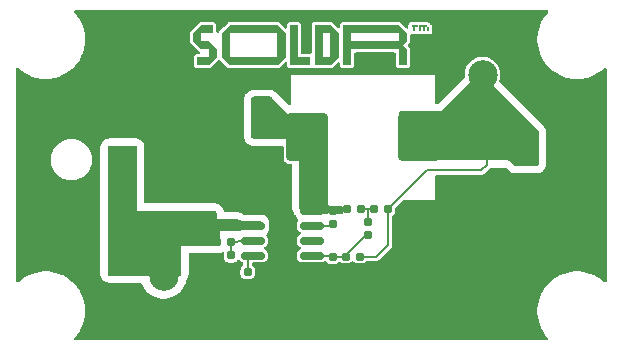
<source format=gbr>
%TF.GenerationSoftware,KiCad,Pcbnew,9.0.0*%
%TF.CreationDate,2025-04-05T15:37:09+05:30*%
%TF.ProjectId,Soldr_project,536f6c64-725f-4707-926f-6a6563742e6b,rev?*%
%TF.SameCoordinates,Original*%
%TF.FileFunction,Copper,L1,Top*%
%TF.FilePolarity,Positive*%
%FSLAX46Y46*%
G04 Gerber Fmt 4.6, Leading zero omitted, Abs format (unit mm)*
G04 Created by KiCad (PCBNEW 9.0.0) date 2025-04-05 15:37:09*
%MOMM*%
%LPD*%
G01*
G04 APERTURE LIST*
G04 Aperture macros list*
%AMRoundRect*
0 Rectangle with rounded corners*
0 $1 Rounding radius*
0 $2 $3 $4 $5 $6 $7 $8 $9 X,Y pos of 4 corners*
0 Add a 4 corners polygon primitive as box body*
4,1,4,$2,$3,$4,$5,$6,$7,$8,$9,$2,$3,0*
0 Add four circle primitives for the rounded corners*
1,1,$1+$1,$2,$3*
1,1,$1+$1,$4,$5*
1,1,$1+$1,$6,$7*
1,1,$1+$1,$8,$9*
0 Add four rect primitives between the rounded corners*
20,1,$1+$1,$2,$3,$4,$5,0*
20,1,$1+$1,$4,$5,$6,$7,0*
20,1,$1+$1,$6,$7,$8,$9,0*
20,1,$1+$1,$8,$9,$2,$3,0*%
G04 Aperture macros list end*
%TA.AperFunction,EtchedComponent*%
%ADD10C,0.000000*%
%TD*%
%TA.AperFunction,SMDPad,CuDef*%
%ADD11RoundRect,0.150000X-0.825000X-0.150000X0.825000X-0.150000X0.825000X0.150000X-0.825000X0.150000X0*%
%TD*%
%TA.AperFunction,HeatsinkPad*%
%ADD12C,0.600000*%
%TD*%
%TA.AperFunction,HeatsinkPad*%
%ADD13R,2.290000X3.000000*%
%TD*%
%TA.AperFunction,ComponentPad*%
%ADD14C,2.500000*%
%TD*%
%TA.AperFunction,ComponentPad*%
%ADD15RoundRect,0.250000X-0.750000X0.600000X-0.750000X-0.600000X0.750000X-0.600000X0.750000X0.600000X0*%
%TD*%
%TA.AperFunction,ComponentPad*%
%ADD16O,2.000000X1.700000*%
%TD*%
%TA.AperFunction,SMDPad,CuDef*%
%ADD17RoundRect,0.160000X-0.160000X0.197500X-0.160000X-0.197500X0.160000X-0.197500X0.160000X0.197500X0*%
%TD*%
%TA.AperFunction,SMDPad,CuDef*%
%ADD18RoundRect,0.160000X0.197500X0.160000X-0.197500X0.160000X-0.197500X-0.160000X0.197500X-0.160000X0*%
%TD*%
%TA.AperFunction,SMDPad,CuDef*%
%ADD19RoundRect,0.160000X-0.197500X-0.160000X0.197500X-0.160000X0.197500X0.160000X-0.197500X0.160000X0*%
%TD*%
%TA.AperFunction,SMDPad,CuDef*%
%ADD20RoundRect,0.250002X-1.499998X-1.749998X1.499998X-1.749998X1.499998X1.749998X-1.499998X1.749998X0*%
%TD*%
%TA.AperFunction,ComponentPad*%
%ADD21RoundRect,0.250001X0.499999X-0.499999X0.499999X0.499999X-0.499999X0.499999X-0.499999X-0.499999X0*%
%TD*%
%TA.AperFunction,ComponentPad*%
%ADD22C,1.500000*%
%TD*%
%TA.AperFunction,SMDPad,CuDef*%
%ADD23RoundRect,0.250000X-0.650000X1.500000X-0.650000X-1.500000X0.650000X-1.500000X0.650000X1.500000X0*%
%TD*%
%TA.AperFunction,SMDPad,CuDef*%
%ADD24RoundRect,0.250000X-0.650000X0.412500X-0.650000X-0.412500X0.650000X-0.412500X0.650000X0.412500X0*%
%TD*%
%TA.AperFunction,SMDPad,CuDef*%
%ADD25RoundRect,0.155000X-0.212500X-0.155000X0.212500X-0.155000X0.212500X0.155000X-0.212500X0.155000X0*%
%TD*%
%TA.AperFunction,SMDPad,CuDef*%
%ADD26RoundRect,0.155000X0.155000X-0.212500X0.155000X0.212500X-0.155000X0.212500X-0.155000X-0.212500X0*%
%TD*%
%TA.AperFunction,SMDPad,CuDef*%
%ADD27RoundRect,0.237500X0.237500X-0.300000X0.237500X0.300000X-0.237500X0.300000X-0.237500X-0.300000X0*%
%TD*%
%TA.AperFunction,SMDPad,CuDef*%
%ADD28RoundRect,0.250000X1.100000X-0.412500X1.100000X0.412500X-1.100000X0.412500X-1.100000X-0.412500X0*%
%TD*%
%TA.AperFunction,ViaPad*%
%ADD29C,0.600000*%
%TD*%
%TA.AperFunction,Conductor*%
%ADD30C,0.200000*%
%TD*%
G04 APERTURE END LIST*
D10*
%TA.AperFunction,EtchedComponent*%
%TO.C,G\u002A\u002A\u002A*%
G36*
X139255039Y-78155098D02*
G01*
X139602137Y-78502466D01*
X139602137Y-78829350D01*
X139602137Y-79156235D01*
X139431390Y-79327513D01*
X139260642Y-79498792D01*
X139431390Y-79673886D01*
X139602137Y-79848980D01*
X139602137Y-80520624D01*
X139602137Y-81192269D01*
X139258894Y-81192269D01*
X138915650Y-81192269D01*
X138915650Y-80521747D01*
X138915650Y-79851225D01*
X136896103Y-79851225D01*
X134876556Y-79851225D01*
X134876556Y-80521747D01*
X134876556Y-81192269D01*
X134533312Y-81192269D01*
X134190069Y-81192269D01*
X134190069Y-79500000D01*
X134190069Y-79164739D01*
X134876556Y-79164739D01*
X136896103Y-79164739D01*
X138915650Y-79164739D01*
X138915650Y-78829478D01*
X138915650Y-78494217D01*
X136896103Y-78494217D01*
X134876556Y-78494217D01*
X134876556Y-78829478D01*
X134876556Y-79164739D01*
X134190069Y-79164739D01*
X134190069Y-78829478D01*
X134190069Y-77807731D01*
X136549005Y-77807731D01*
X138907940Y-77807731D01*
X139255039Y-78155098D01*
G37*
%TD.AperFunction*%
%TA.AperFunction,EtchedComponent*%
G36*
X123186647Y-78146983D02*
G01*
X123182338Y-78486235D01*
X122683438Y-78490453D01*
X122184538Y-78494672D01*
X122184538Y-78821723D01*
X122184538Y-79148774D01*
X122515093Y-79148774D01*
X122845647Y-79148774D01*
X123185614Y-79492933D01*
X123525581Y-79837093D01*
X123525581Y-80175568D01*
X123525581Y-80514043D01*
X123186193Y-80853156D01*
X122846805Y-81192269D01*
X122340059Y-81192269D01*
X121833312Y-81192269D01*
X121833312Y-80849025D01*
X121833312Y-80505782D01*
X122336204Y-80505782D01*
X122839095Y-80505782D01*
X122839095Y-80170521D01*
X122839095Y-79835260D01*
X122507686Y-79835260D01*
X122176277Y-79835260D01*
X121837164Y-79495872D01*
X121498052Y-79156484D01*
X121498052Y-78821220D01*
X121498052Y-78485956D01*
X121837440Y-78146843D01*
X122176828Y-77807731D01*
X122683892Y-77807731D01*
X123190956Y-77807731D01*
X123186647Y-78146983D01*
G37*
%TD.AperFunction*%
%TA.AperFunction,EtchedComponent*%
G36*
X140995066Y-77811404D02*
G01*
X141334318Y-77815713D01*
X141339144Y-77899528D01*
X141343969Y-77983343D01*
X141422959Y-77983343D01*
X141501948Y-77983343D01*
X141501948Y-78150974D01*
X141501948Y-78318604D01*
X141414142Y-78318604D01*
X141326336Y-78318604D01*
X141326336Y-78150974D01*
X141326336Y-77983343D01*
X141246512Y-77983343D01*
X141166688Y-77983343D01*
X141166688Y-78150974D01*
X141166688Y-78318604D01*
X141078881Y-78318604D01*
X140991075Y-78318604D01*
X140991075Y-78150974D01*
X140991075Y-77983343D01*
X140911251Y-77983343D01*
X140831427Y-77983343D01*
X140831427Y-78150974D01*
X140831427Y-78318604D01*
X140743620Y-78318604D01*
X140655814Y-78318604D01*
X140655814Y-78062850D01*
X140655814Y-77807096D01*
X140995066Y-77811404D01*
G37*
%TD.AperFunction*%
%TA.AperFunction,EtchedComponent*%
G36*
X128980267Y-78154283D02*
G01*
X129320804Y-78500835D01*
X129320804Y-79500740D01*
X129320804Y-80500645D01*
X128980995Y-80846457D01*
X128641185Y-81192269D01*
X126614074Y-81192269D01*
X124586962Y-81192269D01*
X124247849Y-80852880D01*
X123908737Y-80513492D01*
X123908737Y-80505782D01*
X124595223Y-80505782D01*
X126614771Y-80505782D01*
X128634318Y-80505782D01*
X128634318Y-79500000D01*
X128634318Y-78494217D01*
X126614771Y-78494217D01*
X124595223Y-78494217D01*
X124595223Y-79500000D01*
X124595223Y-80505782D01*
X123908737Y-80505782D01*
X123908737Y-79500000D01*
X123908737Y-79499724D01*
X123908737Y-78485956D01*
X124248125Y-78146843D01*
X124587513Y-77807731D01*
X126613621Y-77807731D01*
X128639730Y-77807731D01*
X128980267Y-78154283D01*
G37*
%TD.AperFunction*%
%TA.AperFunction,EtchedComponent*%
G36*
X133467801Y-78147119D02*
G01*
X133806914Y-78486507D01*
X133806914Y-79500275D01*
X133806914Y-80514043D01*
X133467526Y-80853156D01*
X133128138Y-81192269D01*
X132453761Y-81192269D01*
X131779384Y-81192269D01*
X131779384Y-80505782D01*
X132449906Y-80505782D01*
X132785167Y-80505782D01*
X133120427Y-80505782D01*
X133120427Y-79500000D01*
X133120427Y-78494217D01*
X132785167Y-78494217D01*
X132449906Y-78494217D01*
X132449906Y-79500000D01*
X132449906Y-80505782D01*
X131779384Y-80505782D01*
X131779384Y-79500000D01*
X131779384Y-77807731D01*
X132454036Y-77807731D01*
X133128688Y-77807731D01*
X133467801Y-78147119D01*
G37*
%TD.AperFunction*%
%TA.AperFunction,EtchedComponent*%
G36*
X140496166Y-77895537D02*
G01*
X140496166Y-77983343D01*
X140408359Y-77983343D01*
X140320553Y-77983343D01*
X140320553Y-78150974D01*
X140320553Y-78318604D01*
X140232747Y-78318604D01*
X140144940Y-78318604D01*
X140144940Y-78150974D01*
X140144940Y-77983343D01*
X140065116Y-77983343D01*
X139985292Y-77983343D01*
X139985292Y-77895537D01*
X139985292Y-77807731D01*
X140240729Y-77807731D01*
X140496166Y-77807731D01*
X140496166Y-77895537D01*
G37*
%TD.AperFunction*%
%TA.AperFunction,EtchedComponent*%
G36*
X130374481Y-79156756D02*
G01*
X130374481Y-80505782D01*
X130885355Y-80505782D01*
X131396229Y-80505782D01*
X131396229Y-80849025D01*
X131396229Y-81192269D01*
X130550094Y-81192269D01*
X129703960Y-81192269D01*
X129703960Y-79500000D01*
X129703960Y-77807731D01*
X130039221Y-77807731D01*
X130374481Y-77807731D01*
X130374481Y-79156756D01*
G37*
%TD.AperFunction*%
%TD*%
D11*
%TO.P,U1,1,GND*%
%TO.N,GND*%
X126572500Y-93495000D03*
%TO.P,U1,2,VIN*%
%TO.N,/V_{IN}*%
X126572500Y-94765000D03*
%TO.P,U1,3,EN_UVLO*%
%TO.N,Net-(U1-EN_UVLO)*%
X126572500Y-96035000D03*
%TO.P,U1,4,RON*%
%TO.N,Net-(U1-RON)*%
X126572500Y-97305000D03*
%TO.P,U1,5,FB*%
%TO.N,Net-(U1-FB)*%
X131522500Y-97305000D03*
%TO.P,U1,6,PGOOD*%
%TO.N,unconnected-(U1-PGOOD-Pad6)*%
X131522500Y-96035000D03*
%TO.P,U1,7,BST*%
%TO.N,Net-(U1-BST)*%
X131522500Y-94765000D03*
%TO.P,U1,8,SW*%
%TO.N,Net-(D1-K)*%
X131522500Y-93495000D03*
D12*
%TO.P,U1,9,EP*%
%TO.N,GND*%
X128397500Y-94400000D03*
X128397500Y-95400000D03*
X128397500Y-96400000D03*
D13*
X129047500Y-95400000D03*
D12*
X129697500Y-94400000D03*
X129697500Y-95400000D03*
X129697500Y-96400000D03*
%TD*%
D14*
%TO.P,TP4,1,1*%
%TO.N,GND*%
X119000000Y-82000000D03*
%TD*%
%TO.P,TP3,1,1*%
%TO.N,/V_{IN}*%
X119000000Y-99000000D03*
%TD*%
%TO.P,TP2,1,1*%
%TO.N,GND*%
X145800000Y-99000000D03*
%TD*%
%TO.P,TP1,1,1*%
%TO.N,/5V*%
X146000000Y-82000000D03*
%TD*%
D15*
%TO.P,J1,1,Pin_1*%
%TO.N,/5V*%
X149667500Y-88850000D03*
D16*
%TO.P,J1,2,Pin_2*%
%TO.N,GND*%
X149667500Y-91350000D03*
%TD*%
D17*
%TO.P,R8,1*%
%TO.N,Net-(U1-FB)*%
X133300000Y-97402500D03*
%TO.P,R8,2*%
%TO.N,GND*%
X133300000Y-98597500D03*
%TD*%
D18*
%TO.P,R7,1*%
%TO.N,/5V*%
X135597500Y-97400000D03*
%TO.P,R7,2*%
%TO.N,Net-(U1-FB)*%
X134402500Y-97400000D03*
%TD*%
D19*
%TO.P,R6,1*%
%TO.N,Net-(D1-K)*%
X134502500Y-93400000D03*
%TO.P,R6,2*%
%TO.N,Net-(C5-Pad2)*%
X135697500Y-93400000D03*
%TD*%
%TO.P,R3,1*%
%TO.N,Net-(U1-RON)*%
X126105000Y-98700000D03*
%TO.P,R3,2*%
%TO.N,GND*%
X127300000Y-98700000D03*
%TD*%
D17*
%TO.P,R2,1*%
%TO.N,Net-(U1-EN_UVLO)*%
X124700000Y-97302500D03*
%TO.P,R2,2*%
%TO.N,GND*%
X124700000Y-98497500D03*
%TD*%
D19*
%TO.P,R1,1*%
%TO.N,/V_{IN}*%
X123502500Y-96200000D03*
%TO.P,R1,2*%
%TO.N,Net-(U1-EN_UVLO)*%
X124697500Y-96200000D03*
%TD*%
D20*
%TO.P,L1,1,1*%
%TO.N,Net-(D1-K)*%
X131150000Y-87300000D03*
%TO.P,L1,2,2*%
%TO.N,/5V*%
X140650000Y-87300000D03*
%TD*%
D21*
%TO.P,J2,1,Pin_1*%
%TO.N,/V_{IN}*%
X115500000Y-89200000D03*
D22*
%TO.P,J2,2,Pin_2*%
%TO.N,GND*%
X118500000Y-89200000D03*
%TD*%
D23*
%TO.P,D1,1,K*%
%TO.N,Net-(D1-K)*%
X127300000Y-85600000D03*
%TO.P,D1,2,A*%
%TO.N,GND*%
X127300000Y-90600000D03*
%TD*%
D24*
%TO.P,C8,1*%
%TO.N,/5V*%
X146400000Y-88437500D03*
%TO.P,C8,2*%
%TO.N,GND*%
X146400000Y-91562500D03*
%TD*%
%TO.P,C7,1*%
%TO.N,/5V*%
X144000000Y-88437500D03*
%TO.P,C7,2*%
%TO.N,GND*%
X144000000Y-91562500D03*
%TD*%
D25*
%TO.P,C6,1*%
%TO.N,Net-(C5-Pad2)*%
X136832500Y-93400000D03*
%TO.P,C6,2*%
%TO.N,/5V*%
X137967500Y-93400000D03*
%TD*%
D26*
%TO.P,C5,1*%
%TO.N,Net-(U1-FB)*%
X136300000Y-95600000D03*
%TO.P,C5,2*%
%TO.N,Net-(C5-Pad2)*%
X136300000Y-94465000D03*
%TD*%
%TO.P,C4,1*%
%TO.N,Net-(U1-BST)*%
X133300000Y-94667500D03*
%TO.P,C4,2*%
%TO.N,Net-(D1-K)*%
X133300000Y-93532500D03*
%TD*%
D27*
%TO.P,C3,1*%
%TO.N,/V_{IN}*%
X124500000Y-94762500D03*
%TO.P,C3,2*%
%TO.N,GND*%
X124500000Y-93037500D03*
%TD*%
D28*
%TO.P,C2,1*%
%TO.N,/V_{IN}*%
X122100000Y-94662500D03*
%TO.P,C2,2*%
%TO.N,GND*%
X122100000Y-91537500D03*
%TD*%
%TO.P,C1,1*%
%TO.N,/V_{IN}*%
X118800000Y-94662500D03*
%TO.P,C1,2*%
%TO.N,GND*%
X118800000Y-91537500D03*
%TD*%
D29*
%TO.N,GND*%
X131100000Y-79900000D03*
X122500000Y-77000000D03*
X142500000Y-77000000D03*
X132500000Y-77000000D03*
X137500000Y-77000000D03*
X127500000Y-77000000D03*
X150000000Y-97500000D03*
X147500000Y-100000000D03*
X147500000Y-95000000D03*
X142500000Y-95000000D03*
X140000000Y-97500000D03*
X112500000Y-97500000D03*
X117500000Y-87500000D03*
X115000000Y-85000000D03*
X112500000Y-82500000D03*
X127500000Y-82500000D03*
X125000000Y-85000000D03*
X122500000Y-87500000D03*
X122500000Y-82500000D03*
X142500000Y-100000000D03*
X137500000Y-100000000D03*
X155000000Y-97500000D03*
X152500000Y-82500000D03*
X145000000Y-80000000D03*
X147500000Y-77500000D03*
X117500000Y-77500000D03*
X112500000Y-77500000D03*
X107500000Y-82500000D03*
X107500000Y-85000000D03*
X107500000Y-87500000D03*
X107500000Y-90000000D03*
X107500000Y-92500000D03*
X107500000Y-97500000D03*
X150000000Y-102500000D03*
X145000000Y-102500000D03*
X140000000Y-102500000D03*
X135000000Y-102500000D03*
X130000000Y-102500000D03*
X125000000Y-102500000D03*
X120000000Y-102500000D03*
X115000000Y-102500000D03*
X115000000Y-100000000D03*
X115000000Y-80000000D03*
X120000000Y-80000000D03*
X150000000Y-80000000D03*
X155000000Y-87500000D03*
X155000000Y-92500000D03*
X152500000Y-95000000D03*
X147750000Y-91000000D03*
X142750000Y-91250000D03*
X147500000Y-92500000D03*
X143000000Y-92500000D03*
X145250000Y-92500000D03*
X145250000Y-91750000D03*
X145250000Y-91000000D03*
X134000000Y-98500000D03*
X132500000Y-98500000D03*
X125250000Y-99250000D03*
X124250000Y-99250000D03*
X126000000Y-90750000D03*
X126000000Y-91500000D03*
X129250000Y-90750000D03*
X129250000Y-91500000D03*
X129250000Y-92250000D03*
X126000000Y-92250000D03*
X129750000Y-99250000D03*
X129000000Y-99250000D03*
X128250000Y-99250000D03*
X129750000Y-98500000D03*
X129000000Y-98500000D03*
X128250000Y-98500000D03*
X128500000Y-89250000D03*
X128500000Y-90000000D03*
X128500000Y-90750000D03*
X128500000Y-91500000D03*
X129000000Y-93500000D03*
X128250000Y-93500000D03*
X129750000Y-97500000D03*
X129000000Y-97500000D03*
X128250000Y-97500000D03*
X128500000Y-92250000D03*
X125250000Y-92500000D03*
X120500000Y-92000000D03*
X123500000Y-92500000D03*
X123500000Y-90500000D03*
X122491209Y-90482532D03*
X121500000Y-90500000D03*
X118500000Y-90500000D03*
X119500000Y-90500000D03*
X120500000Y-91000000D03*
%TD*%
D30*
%TO.N,/5V*%
X146400000Y-88437500D02*
X146400000Y-89600000D01*
X141267500Y-90100000D02*
X137967500Y-93400000D01*
X146400000Y-89600000D02*
X145900000Y-90100000D01*
X145900000Y-90100000D02*
X141267500Y-90100000D01*
%TO.N,Net-(C5-Pad2)*%
X135697500Y-93400000D02*
X136300000Y-93400000D01*
X136300000Y-94465000D02*
X136300000Y-93400000D01*
X136300000Y-93400000D02*
X136832500Y-93400000D01*
%TO.N,/5V*%
X135597500Y-97400000D02*
X137000000Y-97400000D01*
X137967500Y-96432500D02*
X137967500Y-93400000D01*
X137000000Y-97400000D02*
X137967500Y-96432500D01*
%TO.N,Net-(U1-FB)*%
X136300000Y-95600000D02*
X136100000Y-95600000D01*
X136100000Y-95600000D02*
X134402500Y-97297500D01*
X134402500Y-97297500D02*
X134402500Y-97400000D01*
X133300000Y-97402500D02*
X134400000Y-97402500D01*
X134400000Y-97402500D02*
X134402500Y-97400000D01*
X131522500Y-97305000D02*
X133202500Y-97305000D01*
X133202500Y-97305000D02*
X133300000Y-97402500D01*
%TO.N,Net-(U1-BST)*%
X131522500Y-94765000D02*
X133135000Y-94765000D01*
X133135000Y-94765000D02*
X133300000Y-94600000D01*
%TO.N,Net-(U1-RON)*%
X126295000Y-97305000D02*
X126100000Y-97500000D01*
X126572500Y-97305000D02*
X126295000Y-97305000D01*
X126100000Y-97500000D02*
X126105000Y-97505000D01*
X126105000Y-97505000D02*
X126105000Y-98700000D01*
%TO.N,Net-(U1-EN_UVLO)*%
X124697500Y-96200000D02*
X124697500Y-97300000D01*
X124697500Y-97300000D02*
X124700000Y-97302500D01*
X124697500Y-96200000D02*
X125200000Y-96200000D01*
X125200000Y-96200000D02*
X125365000Y-96035000D01*
X125365000Y-96035000D02*
X126572500Y-96035000D01*
%TD*%
%TA.AperFunction,Conductor*%
%TO.N,/5V*%
G36*
X145868321Y-81868321D02*
G01*
X150684528Y-86684528D01*
X150696840Y-86699531D01*
X150723835Y-86739932D01*
X150738616Y-86775618D01*
X150748097Y-86823279D01*
X150750000Y-86842594D01*
X150750000Y-89540248D01*
X150748097Y-89559563D01*
X150738616Y-89607224D01*
X150723835Y-89642910D01*
X150702362Y-89675047D01*
X150675047Y-89702362D01*
X150642910Y-89723835D01*
X150607224Y-89738616D01*
X150559563Y-89748097D01*
X150540248Y-89750000D01*
X148842595Y-89750000D01*
X148823281Y-89748098D01*
X148807313Y-89744921D01*
X148775618Y-89738617D01*
X148775616Y-89738616D01*
X148739932Y-89723835D01*
X148699531Y-89696840D01*
X148684528Y-89684528D01*
X148308578Y-89308578D01*
X148243693Y-89265223D01*
X148243694Y-89265223D01*
X148167160Y-89250000D01*
X148167157Y-89250000D01*
X139080464Y-89250000D01*
X139061148Y-89248097D01*
X139024694Y-89240845D01*
X138989009Y-89226064D01*
X138966374Y-89210940D01*
X138939059Y-89183625D01*
X138923935Y-89160990D01*
X138909153Y-89125303D01*
X138901902Y-89088849D01*
X138900000Y-89069535D01*
X138900000Y-85309751D01*
X138901902Y-85290438D01*
X138911382Y-85242777D01*
X138926162Y-85207092D01*
X138947642Y-85174946D01*
X138974946Y-85147642D01*
X139007092Y-85126162D01*
X139042775Y-85111382D01*
X139068021Y-85106360D01*
X139090439Y-85101902D01*
X139109752Y-85100000D01*
X142417156Y-85100000D01*
X142417157Y-85100000D01*
X142493694Y-85084776D01*
X142558579Y-85041421D01*
X145714645Y-81885355D01*
X145715995Y-81883333D01*
X145716870Y-81882643D01*
X145717733Y-81881593D01*
X145717963Y-81881782D01*
X145764039Y-81845449D01*
X145825177Y-81843038D01*
X145868321Y-81868321D01*
G37*
%TD.AperFunction*%
%TD*%
%TA.AperFunction,Conductor*%
%TO.N,Net-(D1-K)*%
G36*
X128026718Y-83901902D02*
G01*
X128074379Y-83911382D01*
X128110066Y-83926163D01*
X128150470Y-83953161D01*
X128165471Y-83965471D01*
X129457751Y-85257751D01*
X129470064Y-85272756D01*
X129479871Y-85287434D01*
X129494651Y-85323116D01*
X129499998Y-85349994D01*
X129499999Y-85349997D01*
X129500000Y-85350000D01*
X129514645Y-85385355D01*
X129550000Y-85400000D01*
X132690248Y-85400000D01*
X132709561Y-85401902D01*
X132757222Y-85411382D01*
X132792908Y-85426163D01*
X132825050Y-85447640D01*
X132852359Y-85474949D01*
X132873328Y-85506330D01*
X132873835Y-85507089D01*
X132888616Y-85542775D01*
X132898097Y-85590436D01*
X132900000Y-85609751D01*
X132900000Y-92900000D01*
X132915224Y-92976537D01*
X132958579Y-93041421D01*
X133023463Y-93084776D01*
X133100000Y-93100000D01*
X133990248Y-93100000D01*
X134009561Y-93101902D01*
X134057222Y-93111382D01*
X134092908Y-93126163D01*
X134125050Y-93147640D01*
X134152359Y-93174949D01*
X134173328Y-93206330D01*
X134173835Y-93207089D01*
X134188616Y-93242775D01*
X134198097Y-93290436D01*
X134200000Y-93309751D01*
X134200000Y-93622748D01*
X134198097Y-93642063D01*
X134188616Y-93689724D01*
X134173835Y-93725410D01*
X134152362Y-93757547D01*
X134125047Y-93784862D01*
X134092910Y-93806335D01*
X134057224Y-93821116D01*
X134009563Y-93830597D01*
X133990248Y-93832500D01*
X133912961Y-93832500D01*
X133860988Y-93817760D01*
X133854232Y-93813593D01*
X133776462Y-93765623D01*
X133608815Y-93710071D01*
X133608812Y-93710070D01*
X133505350Y-93699500D01*
X133505342Y-93699500D01*
X133094658Y-93699500D01*
X133094650Y-93699500D01*
X132991187Y-93710070D01*
X132823538Y-93765623D01*
X132823536Y-93765623D01*
X132757534Y-93806335D01*
X132745768Y-93813593D01*
X132739012Y-93817760D01*
X132687039Y-93832500D01*
X130876116Y-93832500D01*
X130817925Y-93813593D01*
X130781961Y-93764093D01*
X130777963Y-93746421D01*
X130777544Y-93743241D01*
X130777544Y-93743238D01*
X130735636Y-93642063D01*
X130717037Y-93597161D01*
X130717037Y-93597160D01*
X130620781Y-93471717D01*
X130538732Y-93408758D01*
X130504077Y-93358333D01*
X130500000Y-93330216D01*
X130500000Y-87600001D01*
X130500000Y-87600000D01*
X130484776Y-87523463D01*
X130441421Y-87458579D01*
X130376537Y-87415224D01*
X130300000Y-87400000D01*
X126609752Y-87400000D01*
X126590438Y-87398098D01*
X126574470Y-87394921D01*
X126542775Y-87388617D01*
X126507089Y-87373835D01*
X126506330Y-87373328D01*
X126474949Y-87352359D01*
X126447640Y-87325050D01*
X126426163Y-87292908D01*
X126411382Y-87257222D01*
X126401902Y-87209561D01*
X126400000Y-87190248D01*
X126400000Y-84109751D01*
X126401902Y-84090438D01*
X126411382Y-84042777D01*
X126426162Y-84007092D01*
X126447642Y-83974946D01*
X126474946Y-83947642D01*
X126507092Y-83926162D01*
X126542775Y-83911382D01*
X126568021Y-83906360D01*
X126590439Y-83901902D01*
X126609752Y-83900000D01*
X128007405Y-83900000D01*
X128026718Y-83901902D01*
G37*
%TD.AperFunction*%
%TD*%
%TA.AperFunction,Conductor*%
%TO.N,/V_{IN}*%
G36*
X116709191Y-88018907D02*
G01*
X116745155Y-88068407D01*
X116750000Y-88099000D01*
X116750000Y-93500000D01*
X123361993Y-93500000D01*
X123389956Y-93509085D01*
X123418107Y-93517439D01*
X123418816Y-93518462D01*
X123420184Y-93518907D01*
X123455330Y-93565998D01*
X123456917Y-93570486D01*
X123471266Y-93628185D01*
X123492346Y-93670689D01*
X123494337Y-93676320D01*
X123494592Y-93686248D01*
X123500000Y-93709322D01*
X123500000Y-94250000D01*
X125270690Y-94250000D01*
X125322662Y-94264739D01*
X125428166Y-94329814D01*
X125594703Y-94384999D01*
X125697491Y-94395500D01*
X127203000Y-94395499D01*
X127261191Y-94414406D01*
X127297155Y-94463906D01*
X127302000Y-94494499D01*
X127302000Y-95035500D01*
X127283093Y-95093691D01*
X127233593Y-95129655D01*
X127203000Y-95134500D01*
X125697483Y-95134500D01*
X125594711Y-95144999D01*
X125594699Y-95145002D01*
X125428165Y-95200186D01*
X125399233Y-95218031D01*
X125371299Y-95235261D01*
X125319328Y-95250000D01*
X123750000Y-95250000D01*
X123750000Y-95250001D01*
X123750000Y-95881506D01*
X123749487Y-95891568D01*
X123739500Y-95989317D01*
X123739501Y-96401000D01*
X123720594Y-96459191D01*
X123671094Y-96495155D01*
X123640501Y-96500000D01*
X120500000Y-96500000D01*
X120500000Y-96500001D01*
X120500000Y-98901000D01*
X120481093Y-98959191D01*
X120431593Y-98995155D01*
X120401000Y-99000000D01*
X114349000Y-99000000D01*
X114290809Y-98981093D01*
X114254845Y-98931593D01*
X114250000Y-98901000D01*
X114250000Y-88099000D01*
X114268907Y-88040809D01*
X114318407Y-88004845D01*
X114349000Y-88000000D01*
X116651000Y-88000000D01*
X116709191Y-88018907D01*
G37*
%TD.AperFunction*%
%TD*%
%TA.AperFunction,Conductor*%
%TO.N,GND*%
G36*
X151528853Y-76520185D02*
G01*
X151574608Y-76572989D01*
X151584552Y-76642147D01*
X151555527Y-76705703D01*
X151549495Y-76712181D01*
X151514453Y-76747222D01*
X151305611Y-77001696D01*
X151305601Y-77001710D01*
X151122718Y-77275414D01*
X151122707Y-77275432D01*
X150967535Y-77565741D01*
X150967528Y-77565755D01*
X150841552Y-77869887D01*
X150745987Y-78184922D01*
X150745984Y-78184933D01*
X150681768Y-78507781D01*
X150681765Y-78507798D01*
X150668726Y-78640192D01*
X150650800Y-78822206D01*
X150649500Y-78835403D01*
X150649500Y-79164596D01*
X150681765Y-79492201D01*
X150681768Y-79492218D01*
X150745984Y-79815066D01*
X150745987Y-79815077D01*
X150841552Y-80130112D01*
X150967528Y-80434244D01*
X150967535Y-80434258D01*
X151122707Y-80724567D01*
X151122718Y-80724585D01*
X151305601Y-80998289D01*
X151305611Y-80998303D01*
X151514453Y-81252777D01*
X151747222Y-81485546D01*
X151747227Y-81485550D01*
X151747228Y-81485551D01*
X152001702Y-81694393D01*
X152275421Y-81877286D01*
X152565749Y-82032469D01*
X152869889Y-82158448D01*
X153184913Y-82254010D01*
X153184919Y-82254011D01*
X153184922Y-82254012D01*
X153184933Y-82254015D01*
X153365361Y-82289903D01*
X153507787Y-82318233D01*
X153835400Y-82350500D01*
X153835403Y-82350500D01*
X154164597Y-82350500D01*
X154164600Y-82350500D01*
X154492213Y-82318233D01*
X154669760Y-82282916D01*
X154815066Y-82254015D01*
X154815077Y-82254012D01*
X154815077Y-82254011D01*
X154815087Y-82254010D01*
X155130111Y-82158448D01*
X155434251Y-82032469D01*
X155724579Y-81877286D01*
X155998298Y-81694393D01*
X156252772Y-81485551D01*
X156267176Y-81471147D01*
X156287819Y-81450505D01*
X156349142Y-81417020D01*
X156418834Y-81422004D01*
X156474767Y-81463876D01*
X156499184Y-81529340D01*
X156499500Y-81538186D01*
X156499500Y-99461814D01*
X156479815Y-99528853D01*
X156427011Y-99574608D01*
X156357853Y-99584552D01*
X156294297Y-99555527D01*
X156287819Y-99549495D01*
X156252777Y-99514453D01*
X155998303Y-99305611D01*
X155998302Y-99305610D01*
X155998298Y-99305607D01*
X155724579Y-99122714D01*
X155724574Y-99122711D01*
X155724567Y-99122707D01*
X155473356Y-98988433D01*
X155434251Y-98967531D01*
X155434244Y-98967528D01*
X155130112Y-98841552D01*
X154815077Y-98745987D01*
X154815066Y-98745984D01*
X154492218Y-98681768D01*
X154492213Y-98681767D01*
X154492211Y-98681766D01*
X154492201Y-98681765D01*
X154251522Y-98658061D01*
X154164600Y-98649500D01*
X153835400Y-98649500D01*
X153755540Y-98657365D01*
X153507798Y-98681765D01*
X153507781Y-98681768D01*
X153184933Y-98745984D01*
X153184922Y-98745987D01*
X152869887Y-98841552D01*
X152565755Y-98967528D01*
X152565741Y-98967535D01*
X152275432Y-99122707D01*
X152275414Y-99122718D01*
X152001710Y-99305601D01*
X152001696Y-99305611D01*
X151747222Y-99514453D01*
X151514453Y-99747222D01*
X151305611Y-100001696D01*
X151305601Y-100001710D01*
X151122718Y-100275414D01*
X151122707Y-100275432D01*
X150967535Y-100565741D01*
X150967528Y-100565755D01*
X150841552Y-100869887D01*
X150745987Y-101184922D01*
X150745984Y-101184933D01*
X150681768Y-101507781D01*
X150681765Y-101507798D01*
X150649500Y-101835403D01*
X150649500Y-102164596D01*
X150681765Y-102492201D01*
X150681768Y-102492218D01*
X150745984Y-102815066D01*
X150745987Y-102815077D01*
X150841552Y-103130112D01*
X150967528Y-103434244D01*
X150967535Y-103434258D01*
X151122707Y-103724567D01*
X151122718Y-103724585D01*
X151305601Y-103998289D01*
X151305611Y-103998303D01*
X151514453Y-104252777D01*
X151549495Y-104287819D01*
X151582980Y-104349142D01*
X151577996Y-104418834D01*
X151536124Y-104474767D01*
X151470660Y-104499184D01*
X151461814Y-104499500D01*
X111538186Y-104499500D01*
X111471147Y-104479815D01*
X111425392Y-104427011D01*
X111415448Y-104357853D01*
X111444473Y-104294297D01*
X111450505Y-104287819D01*
X111485546Y-104252777D01*
X111485551Y-104252772D01*
X111694393Y-103998298D01*
X111877286Y-103724579D01*
X112032469Y-103434251D01*
X112158448Y-103130111D01*
X112254010Y-102815087D01*
X112254012Y-102815077D01*
X112254015Y-102815066D01*
X112282916Y-102669760D01*
X112318233Y-102492213D01*
X112350500Y-102164600D01*
X112350500Y-101835400D01*
X112318233Y-101507787D01*
X112289903Y-101365361D01*
X112254015Y-101184933D01*
X112254012Y-101184922D01*
X112254011Y-101184919D01*
X112254010Y-101184913D01*
X112158448Y-100869889D01*
X112032469Y-100565749D01*
X111877286Y-100275421D01*
X111694393Y-100001702D01*
X111485551Y-99747228D01*
X111485550Y-99747227D01*
X111485546Y-99747222D01*
X111252777Y-99514453D01*
X110998303Y-99305611D01*
X110998302Y-99305610D01*
X110998298Y-99305607D01*
X110724579Y-99122714D01*
X110724574Y-99122711D01*
X110724567Y-99122707D01*
X110473356Y-98988433D01*
X110434251Y-98967531D01*
X110434244Y-98967528D01*
X110130112Y-98841552D01*
X109815077Y-98745987D01*
X109815066Y-98745984D01*
X109492218Y-98681768D01*
X109492213Y-98681767D01*
X109492211Y-98681766D01*
X109492201Y-98681765D01*
X109251522Y-98658061D01*
X109164600Y-98649500D01*
X108835400Y-98649500D01*
X108755540Y-98657365D01*
X108507798Y-98681765D01*
X108507781Y-98681768D01*
X108184933Y-98745984D01*
X108184922Y-98745987D01*
X107869887Y-98841552D01*
X107565755Y-98967528D01*
X107565741Y-98967535D01*
X107275432Y-99122707D01*
X107275414Y-99122718D01*
X107001710Y-99305601D01*
X107001696Y-99305611D01*
X106747222Y-99514453D01*
X106712181Y-99549495D01*
X106650858Y-99582980D01*
X106581166Y-99577996D01*
X106525233Y-99536124D01*
X106500816Y-99470660D01*
X106500500Y-99461814D01*
X106500500Y-89085258D01*
X109429500Y-89085258D01*
X109429500Y-89314741D01*
X109454446Y-89504215D01*
X109459452Y-89542238D01*
X109494891Y-89674499D01*
X109518842Y-89763887D01*
X109606650Y-89975876D01*
X109606656Y-89975888D01*
X109715786Y-90164908D01*
X109721392Y-90174617D01*
X109861081Y-90356661D01*
X109861089Y-90356670D01*
X110023330Y-90518911D01*
X110023338Y-90518918D01*
X110205382Y-90658607D01*
X110205385Y-90658608D01*
X110205388Y-90658611D01*
X110404112Y-90773344D01*
X110404117Y-90773346D01*
X110404123Y-90773349D01*
X110495480Y-90811190D01*
X110616113Y-90861158D01*
X110837762Y-90920548D01*
X111065266Y-90950500D01*
X111065273Y-90950500D01*
X111294727Y-90950500D01*
X111294734Y-90950500D01*
X111522238Y-90920548D01*
X111743887Y-90861158D01*
X111955888Y-90773344D01*
X112154612Y-90658611D01*
X112336661Y-90518919D01*
X112336665Y-90518914D01*
X112336670Y-90518911D01*
X112498911Y-90356670D01*
X112498914Y-90356665D01*
X112498919Y-90356661D01*
X112638611Y-90174612D01*
X112753344Y-89975888D01*
X112841158Y-89763887D01*
X112900548Y-89542238D01*
X112930500Y-89314734D01*
X112930500Y-89085266D01*
X112900548Y-88857762D01*
X112841158Y-88636113D01*
X112753344Y-88424112D01*
X112638611Y-88225388D01*
X112541623Y-88098992D01*
X113644500Y-88098992D01*
X113644500Y-98901007D01*
X113651952Y-98995711D01*
X113651953Y-98995712D01*
X113656797Y-99026302D01*
X113656798Y-99026305D01*
X113689562Y-99148586D01*
X113689563Y-99148587D01*
X113689564Y-99148590D01*
X113764984Y-99287496D01*
X113778143Y-99305607D01*
X113800950Y-99336998D01*
X113840837Y-99386254D01*
X113961033Y-99488910D01*
X114103703Y-99556959D01*
X114161894Y-99575866D01*
X114192285Y-99584868D01*
X114349000Y-99605500D01*
X117056746Y-99605500D01*
X117123785Y-99625185D01*
X117169540Y-99677989D01*
X117171307Y-99682047D01*
X117246894Y-99864531D01*
X117246899Y-99864542D01*
X117374734Y-100085957D01*
X117374745Y-100085973D01*
X117530388Y-100288811D01*
X117530394Y-100288818D01*
X117711181Y-100469605D01*
X117711187Y-100469610D01*
X117914035Y-100625261D01*
X117914042Y-100625265D01*
X118135457Y-100753100D01*
X118135462Y-100753102D01*
X118135465Y-100753104D01*
X118371687Y-100850950D01*
X118618660Y-100917126D01*
X118872157Y-100950500D01*
X118872164Y-100950500D01*
X119127836Y-100950500D01*
X119127843Y-100950500D01*
X119381340Y-100917126D01*
X119628313Y-100850950D01*
X119864535Y-100753104D01*
X120085965Y-100625261D01*
X120288813Y-100469610D01*
X120469610Y-100288813D01*
X120625261Y-100085965D01*
X120753104Y-99864535D01*
X120850950Y-99628313D01*
X120913115Y-99396308D01*
X120938598Y-99347874D01*
X120988910Y-99288967D01*
X121056959Y-99146297D01*
X121075866Y-99088106D01*
X121084868Y-99057715D01*
X121105500Y-98901000D01*
X121105500Y-97229500D01*
X121125185Y-97162461D01*
X121177989Y-97116706D01*
X121229500Y-97105500D01*
X123640492Y-97105500D01*
X123640501Y-97105500D01*
X123735213Y-97098047D01*
X123765806Y-97093202D01*
X123888087Y-97060438D01*
X123946333Y-97028812D01*
X124014639Y-97014123D01*
X124080045Y-97038695D01*
X124121784Y-97094728D01*
X124129500Y-97137786D01*
X124129500Y-97532311D01*
X124144723Y-97628428D01*
X124144723Y-97628429D01*
X124144724Y-97628432D01*
X124144725Y-97628433D01*
X124195677Y-97728433D01*
X124203760Y-97744295D01*
X124203763Y-97744299D01*
X124295700Y-97836236D01*
X124295704Y-97836239D01*
X124295706Y-97836241D01*
X124411567Y-97895275D01*
X124411569Y-97895275D01*
X124411571Y-97895276D01*
X124440728Y-97899893D01*
X124507693Y-97910500D01*
X124892306Y-97910499D01*
X124892311Y-97910499D01*
X124892311Y-97910498D01*
X124940369Y-97902887D01*
X124988428Y-97895276D01*
X124988429Y-97895276D01*
X124988430Y-97895275D01*
X124988433Y-97895275D01*
X125104294Y-97836241D01*
X125196241Y-97744294D01*
X125211647Y-97714057D01*
X125259618Y-97663264D01*
X125327438Y-97646468D01*
X125393574Y-97669004D01*
X125411909Y-97687081D01*
X125412549Y-97686442D01*
X125509152Y-97783045D01*
X125509154Y-97783046D01*
X125509158Y-97783050D01*
X125622196Y-97840646D01*
X125622197Y-97840646D01*
X125622199Y-97840647D01*
X125649897Y-97845034D01*
X125680661Y-97859618D01*
X125711703Y-97873794D01*
X125712201Y-97874569D01*
X125713032Y-97874963D01*
X125731044Y-97903890D01*
X125749477Y-97932572D01*
X125749648Y-97933768D01*
X125749964Y-97934274D01*
X125754500Y-97967507D01*
X125754500Y-98081255D01*
X125734815Y-98148294D01*
X125686796Y-98191739D01*
X125663207Y-98203758D01*
X125663200Y-98203763D01*
X125571263Y-98295700D01*
X125571260Y-98295704D01*
X125512223Y-98411571D01*
X125497000Y-98507692D01*
X125497000Y-98892311D01*
X125512223Y-98988428D01*
X125512223Y-98988429D01*
X125512224Y-98988432D01*
X125512225Y-98988433D01*
X125547525Y-99057714D01*
X125571260Y-99104295D01*
X125571263Y-99104299D01*
X125663200Y-99196236D01*
X125663204Y-99196239D01*
X125663206Y-99196241D01*
X125779067Y-99255275D01*
X125779069Y-99255275D01*
X125779071Y-99255276D01*
X125808228Y-99259893D01*
X125875193Y-99270500D01*
X126334806Y-99270499D01*
X126334811Y-99270499D01*
X126334811Y-99270498D01*
X126382869Y-99262887D01*
X126430928Y-99255276D01*
X126430929Y-99255276D01*
X126430930Y-99255275D01*
X126430933Y-99255275D01*
X126546794Y-99196241D01*
X126638741Y-99104294D01*
X126697775Y-98988433D01*
X126713000Y-98892307D01*
X126712999Y-98507694D01*
X126712999Y-98507692D01*
X126712999Y-98507688D01*
X126697776Y-98411571D01*
X126697776Y-98411570D01*
X126697775Y-98411568D01*
X126697775Y-98411567D01*
X126638741Y-98295706D01*
X126638739Y-98295704D01*
X126638736Y-98295700D01*
X126546799Y-98203763D01*
X126546795Y-98203760D01*
X126546794Y-98203759D01*
X126523204Y-98191739D01*
X126512140Y-98181290D01*
X126498297Y-98174968D01*
X126487255Y-98157786D01*
X126472408Y-98143764D01*
X126468166Y-98128083D01*
X126460523Y-98116190D01*
X126455500Y-98081255D01*
X126455500Y-97979499D01*
X126475185Y-97912460D01*
X126527989Y-97866705D01*
X126579500Y-97855499D01*
X127429017Y-97855499D01*
X127429018Y-97855499D01*
X127522804Y-97840646D01*
X127635842Y-97783050D01*
X127725550Y-97693342D01*
X127783146Y-97580304D01*
X127783146Y-97580302D01*
X127783147Y-97580301D01*
X127797999Y-97486524D01*
X127798000Y-97486519D01*
X127797999Y-97123482D01*
X127783146Y-97029696D01*
X127725550Y-96916658D01*
X127725546Y-96916654D01*
X127725545Y-96916652D01*
X127635847Y-96826954D01*
X127635843Y-96826951D01*
X127635842Y-96826950D01*
X127602213Y-96809815D01*
X127544647Y-96780483D01*
X127493852Y-96732509D01*
X127477057Y-96664687D01*
X127499595Y-96598553D01*
X127544645Y-96559517D01*
X127635842Y-96513050D01*
X127725550Y-96423342D01*
X127783146Y-96310304D01*
X127783146Y-96310302D01*
X127783147Y-96310301D01*
X127797999Y-96216524D01*
X127798000Y-96216519D01*
X127797999Y-95853482D01*
X127783146Y-95759696D01*
X127725550Y-95646658D01*
X127725546Y-95646654D01*
X127725430Y-95646494D01*
X127725346Y-95646259D01*
X127721119Y-95637963D01*
X127722191Y-95637416D01*
X127701950Y-95580688D01*
X127717775Y-95512634D01*
X127731453Y-95493081D01*
X127790910Y-95423467D01*
X127858959Y-95280797D01*
X127877866Y-95222606D01*
X127886868Y-95192215D01*
X127907500Y-95035500D01*
X127907500Y-94494499D01*
X127900047Y-94399787D01*
X127895202Y-94369194D01*
X127862438Y-94246913D01*
X127820405Y-94169498D01*
X127787015Y-94108002D01*
X127776799Y-94093942D01*
X127751050Y-94058501D01*
X127711163Y-94009245D01*
X127678197Y-93981090D01*
X127590967Y-93906589D01*
X127571882Y-93897486D01*
X127448297Y-93838540D01*
X127448291Y-93838538D01*
X127390120Y-93819637D01*
X127359719Y-93810632D01*
X127359717Y-93810631D01*
X127359715Y-93810631D01*
X127340125Y-93808052D01*
X127203007Y-93789999D01*
X127203000Y-93789999D01*
X125744112Y-93789999D01*
X125741307Y-93789546D01*
X125739831Y-93789925D01*
X125705091Y-93783699D01*
X125699538Y-93781858D01*
X125673464Y-93769698D01*
X125640487Y-93749358D01*
X125633010Y-93744821D01*
X125633005Y-93744818D01*
X125487865Y-93682211D01*
X125468112Y-93676609D01*
X125435892Y-93667472D01*
X125434662Y-93667133D01*
X125427410Y-93665133D01*
X125427395Y-93665130D01*
X125270699Y-93644501D01*
X125270696Y-93644500D01*
X125270690Y-93644500D01*
X125270683Y-93644500D01*
X124205013Y-93644500D01*
X124178676Y-93636766D01*
X124151571Y-93632393D01*
X124145629Y-93627062D01*
X124137974Y-93624815D01*
X124120000Y-93604072D01*
X124099561Y-93585737D01*
X124095405Y-93575688D01*
X124092219Y-93572011D01*
X124085453Y-93553385D01*
X124084824Y-93551100D01*
X124084116Y-93548077D01*
X124084000Y-93548104D01*
X124071079Y-93501126D01*
X124071111Y-93499208D01*
X124069336Y-93493964D01*
X124068765Y-93491272D01*
X124065203Y-93474474D01*
X124063212Y-93468843D01*
X124047438Y-93431547D01*
X124042886Y-93418920D01*
X124040635Y-93411429D01*
X124027778Y-93368624D01*
X124026191Y-93364136D01*
X124017781Y-93341767D01*
X123940581Y-93203835D01*
X123905435Y-93156744D01*
X123870295Y-93113900D01*
X123863193Y-93107830D01*
X123857529Y-93100860D01*
X123809220Y-93061699D01*
X123807988Y-93060646D01*
X123807969Y-93060631D01*
X123750129Y-93011199D01*
X123743323Y-93006776D01*
X123743650Y-93006271D01*
X123741909Y-93005171D01*
X123741664Y-93005572D01*
X123734736Y-93001321D01*
X123656064Y-92966248D01*
X123656064Y-92966247D01*
X123654547Y-92965570D01*
X123607488Y-92943105D01*
X123606120Y-92942660D01*
X123605744Y-92943814D01*
X123590376Y-92936963D01*
X123590372Y-92936961D01*
X123590368Y-92936960D01*
X123571669Y-92931410D01*
X123568796Y-92930519D01*
X123568624Y-92930463D01*
X123568622Y-92930463D01*
X123568424Y-92930398D01*
X123557433Y-92926841D01*
X123557405Y-92926822D01*
X123557311Y-92926801D01*
X123549104Y-92924135D01*
X123518716Y-92915133D01*
X123518708Y-92915132D01*
X123499118Y-92912553D01*
X123362000Y-92894500D01*
X123361993Y-92894500D01*
X117479500Y-92894500D01*
X117412461Y-92874815D01*
X117366706Y-92822011D01*
X117355500Y-92770500D01*
X117355500Y-88099009D01*
X117355500Y-88099000D01*
X117348047Y-88004288D01*
X117343202Y-87973695D01*
X117310438Y-87851414D01*
X117235014Y-87712502D01*
X117199050Y-87663002D01*
X117159163Y-87613746D01*
X117085636Y-87550949D01*
X117038967Y-87511090D01*
X116896297Y-87443041D01*
X116885590Y-87439562D01*
X116838120Y-87424138D01*
X116807719Y-87415133D01*
X116807717Y-87415132D01*
X116807715Y-87415132D01*
X116788125Y-87412553D01*
X116651007Y-87394500D01*
X116651000Y-87394500D01*
X114349000Y-87394500D01*
X114348992Y-87394500D01*
X114254288Y-87401952D01*
X114254287Y-87401953D01*
X114223697Y-87406797D01*
X114162554Y-87423180D01*
X114101414Y-87439562D01*
X114101412Y-87439562D01*
X114101412Y-87439563D01*
X114101409Y-87439564D01*
X113962503Y-87514984D01*
X113913003Y-87550949D01*
X113863744Y-87590838D01*
X113761090Y-87711032D01*
X113740977Y-87753202D01*
X113694136Y-87851409D01*
X113693039Y-87853708D01*
X113674138Y-87911879D01*
X113665133Y-87942280D01*
X113665132Y-87942285D01*
X113644500Y-88098992D01*
X112541623Y-88098992D01*
X112498919Y-88043339D01*
X112498918Y-88043338D01*
X112498911Y-88043330D01*
X112336670Y-87881089D01*
X112336661Y-87881081D01*
X112154617Y-87741392D01*
X111955890Y-87626657D01*
X111955876Y-87626650D01*
X111743887Y-87538842D01*
X111522238Y-87479452D01*
X111484215Y-87474446D01*
X111294741Y-87449500D01*
X111294734Y-87449500D01*
X111065266Y-87449500D01*
X111065258Y-87449500D01*
X110848715Y-87478009D01*
X110837762Y-87479452D01*
X110802408Y-87488925D01*
X110616112Y-87538842D01*
X110404123Y-87626650D01*
X110404109Y-87626657D01*
X110205382Y-87741392D01*
X110023338Y-87881081D01*
X109861081Y-88043338D01*
X109721392Y-88225382D01*
X109606657Y-88424109D01*
X109606650Y-88424123D01*
X109518842Y-88636112D01*
X109459453Y-88857759D01*
X109459451Y-88857770D01*
X109429500Y-89085258D01*
X106500500Y-89085258D01*
X106500500Y-84109751D01*
X125794500Y-84109751D01*
X125794500Y-87190248D01*
X125796729Y-87235628D01*
X125797415Y-87249596D01*
X125797416Y-87249605D01*
X125799313Y-87268868D01*
X125799319Y-87268923D01*
X125808032Y-87327660D01*
X125808032Y-87327664D01*
X125817517Y-87375350D01*
X125851967Y-87488925D01*
X125866748Y-87524611D01*
X125922704Y-87629298D01*
X125922708Y-87629304D01*
X125922711Y-87629310D01*
X125944188Y-87661452D01*
X126019487Y-87753203D01*
X126046796Y-87780512D01*
X126138543Y-87855809D01*
X126170683Y-87877285D01*
X126275369Y-87933242D01*
X126307578Y-87946584D01*
X126311062Y-87948027D01*
X126395685Y-87973697D01*
X126424645Y-87982482D01*
X126472308Y-87991963D01*
X126531097Y-88000683D01*
X126550411Y-88002585D01*
X126609752Y-88005500D01*
X129025501Y-88005500D01*
X129092540Y-88025185D01*
X129138295Y-88077989D01*
X129149501Y-88129500D01*
X129149501Y-89097874D01*
X129155908Y-89157481D01*
X129206202Y-89292327D01*
X129206203Y-89292328D01*
X129206204Y-89292330D01*
X129292454Y-89407546D01*
X129407670Y-89493796D01*
X129407671Y-89493796D01*
X129407672Y-89493797D01*
X129452619Y-89510561D01*
X129542519Y-89544091D01*
X129602129Y-89550500D01*
X129770500Y-89550499D01*
X129837539Y-89570183D01*
X129883294Y-89622987D01*
X129894500Y-89674499D01*
X129894500Y-93330216D01*
X129896947Y-93364136D01*
X129900767Y-93417107D01*
X129904844Y-93445226D01*
X129916883Y-93493964D01*
X129933304Y-93560444D01*
X130005063Y-93701284D01*
X130039718Y-93751709D01*
X130039732Y-93751728D01*
X130058315Y-93777307D01*
X130058355Y-93777361D01*
X130115483Y-93834490D01*
X130172996Y-93892003D01*
X130172050Y-93892948D01*
X130175302Y-93897486D01*
X130182761Y-93902666D01*
X130200766Y-93933022D01*
X130203416Y-93939422D01*
X130207509Y-93950861D01*
X130216679Y-93981090D01*
X130292100Y-94119996D01*
X130296195Y-94125632D01*
X130328066Y-94169498D01*
X130363302Y-94213010D01*
X130369333Y-94220458D01*
X130396225Y-94284945D01*
X130383983Y-94353734D01*
X130373287Y-94371377D01*
X130369451Y-94376656D01*
X130311852Y-94489698D01*
X130297000Y-94583475D01*
X130297000Y-94946517D01*
X130306444Y-95006142D01*
X130311854Y-95040304D01*
X130369450Y-95153342D01*
X130369452Y-95153344D01*
X130369454Y-95153347D01*
X130459152Y-95243045D01*
X130459154Y-95243046D01*
X130459158Y-95243050D01*
X130550351Y-95289515D01*
X130601147Y-95337490D01*
X130617942Y-95405311D01*
X130595404Y-95471446D01*
X130550352Y-95510484D01*
X130459158Y-95556950D01*
X130459157Y-95556951D01*
X130459152Y-95556954D01*
X130369454Y-95646652D01*
X130369451Y-95646657D01*
X130311852Y-95759698D01*
X130297000Y-95853475D01*
X130297000Y-96216517D01*
X130300079Y-96235956D01*
X130311854Y-96310304D01*
X130369450Y-96423342D01*
X130369452Y-96423344D01*
X130369454Y-96423347D01*
X130459152Y-96513045D01*
X130459154Y-96513046D01*
X130459158Y-96513050D01*
X130550351Y-96559515D01*
X130601147Y-96607490D01*
X130617942Y-96675311D01*
X130595404Y-96741446D01*
X130550352Y-96780484D01*
X130459158Y-96826950D01*
X130459157Y-96826951D01*
X130459152Y-96826954D01*
X130369454Y-96916652D01*
X130369451Y-96916657D01*
X130369450Y-96916658D01*
X130364291Y-96926783D01*
X130311852Y-97029698D01*
X130297000Y-97123475D01*
X130297000Y-97486517D01*
X130304253Y-97532311D01*
X130311854Y-97580304D01*
X130369450Y-97693342D01*
X130369452Y-97693344D01*
X130369454Y-97693347D01*
X130459152Y-97783045D01*
X130459154Y-97783046D01*
X130459158Y-97783050D01*
X130547803Y-97828217D01*
X130572198Y-97840647D01*
X130665975Y-97855499D01*
X130665981Y-97855500D01*
X132379018Y-97855499D01*
X132472804Y-97840646D01*
X132585842Y-97783050D01*
X132588845Y-97780046D01*
X132593396Y-97777561D01*
X132593741Y-97777311D01*
X132593773Y-97777355D01*
X132650165Y-97746560D01*
X132719857Y-97751541D01*
X132775792Y-97793410D01*
X132787013Y-97811429D01*
X132803758Y-97844292D01*
X132803763Y-97844299D01*
X132895700Y-97936236D01*
X132895704Y-97936239D01*
X132895706Y-97936241D01*
X133011567Y-97995275D01*
X133011569Y-97995275D01*
X133011571Y-97995276D01*
X133040728Y-97999893D01*
X133107693Y-98010500D01*
X133492306Y-98010499D01*
X133492311Y-98010499D01*
X133492311Y-98010498D01*
X133540369Y-98002887D01*
X133588428Y-97995276D01*
X133588429Y-97995276D01*
X133588430Y-97995275D01*
X133588433Y-97995275D01*
X133704294Y-97936241D01*
X133764820Y-97875714D01*
X133826139Y-97842231D01*
X133895831Y-97847215D01*
X133940180Y-97875716D01*
X133960700Y-97896236D01*
X133960704Y-97896239D01*
X133960706Y-97896241D01*
X134076567Y-97955275D01*
X134076569Y-97955275D01*
X134076571Y-97955276D01*
X134105728Y-97959893D01*
X134172693Y-97970500D01*
X134632306Y-97970499D01*
X134632311Y-97970499D01*
X134632311Y-97970498D01*
X134680369Y-97962887D01*
X134728428Y-97955276D01*
X134728429Y-97955276D01*
X134728430Y-97955275D01*
X134728433Y-97955275D01*
X134844294Y-97896241D01*
X134873830Y-97866705D01*
X134912319Y-97828217D01*
X134973642Y-97794732D01*
X135043334Y-97799716D01*
X135087681Y-97828217D01*
X135155700Y-97896236D01*
X135155704Y-97896239D01*
X135155706Y-97896241D01*
X135271567Y-97955275D01*
X135271569Y-97955275D01*
X135271571Y-97955276D01*
X135300728Y-97959893D01*
X135367693Y-97970500D01*
X135827306Y-97970499D01*
X135827311Y-97970499D01*
X135827311Y-97970498D01*
X135875369Y-97962887D01*
X135923428Y-97955276D01*
X135923429Y-97955276D01*
X135923430Y-97955275D01*
X135923433Y-97955275D01*
X136039294Y-97896241D01*
X136131241Y-97804294D01*
X136131244Y-97804287D01*
X136133190Y-97801611D01*
X136136391Y-97799142D01*
X136138141Y-97797393D01*
X136138367Y-97797619D01*
X136188522Y-97758947D01*
X136233506Y-97750500D01*
X137046142Y-97750500D01*
X137046144Y-97750500D01*
X137135288Y-97726614D01*
X137215212Y-97680470D01*
X138247970Y-96647712D01*
X138294114Y-96567788D01*
X138294115Y-96567785D01*
X138298748Y-96550497D01*
X138308782Y-96513048D01*
X138318000Y-96478644D01*
X138318000Y-94015775D01*
X138337685Y-93948736D01*
X138385705Y-93905290D01*
X138421318Y-93887146D01*
X138512146Y-93796318D01*
X138570461Y-93681868D01*
X138572744Y-93667458D01*
X138585500Y-93586916D01*
X138585500Y-93329044D01*
X138605185Y-93262005D01*
X138621819Y-93241363D01*
X139226863Y-92636319D01*
X139288186Y-92602834D01*
X139314544Y-92600000D01*
X142000000Y-92600000D01*
X142000000Y-90574500D01*
X142019685Y-90507461D01*
X142072489Y-90461706D01*
X142124000Y-90450500D01*
X145946142Y-90450500D01*
X145946144Y-90450500D01*
X146035288Y-90426614D01*
X146115212Y-90380470D01*
X146603863Y-89891819D01*
X146665186Y-89858334D01*
X146691544Y-89855500D01*
X147947832Y-89855500D01*
X148014871Y-89875185D01*
X148035513Y-89891819D01*
X148256372Y-90112678D01*
X148300417Y-90152598D01*
X148315393Y-90164889D01*
X148315418Y-90164908D01*
X148363134Y-90200295D01*
X148403535Y-90227290D01*
X148508214Y-90283243D01*
X148526056Y-90290633D01*
X148543892Y-90298022D01*
X148543896Y-90298023D01*
X148543898Y-90298024D01*
X148657479Y-90332479D01*
X148705144Y-90341961D01*
X148763940Y-90350683D01*
X148763950Y-90350684D01*
X148763957Y-90350685D01*
X148778256Y-90352092D01*
X148783254Y-90352585D01*
X148842595Y-90355500D01*
X148842607Y-90355500D01*
X150540235Y-90355500D01*
X150540248Y-90355500D01*
X150599617Y-90352582D01*
X150618932Y-90350679D01*
X150677698Y-90341961D01*
X150725359Y-90332480D01*
X150838930Y-90298029D01*
X150874616Y-90283248D01*
X150979305Y-90227292D01*
X151011442Y-90205819D01*
X151103200Y-90130515D01*
X151130515Y-90103200D01*
X151205819Y-90011442D01*
X151227292Y-89979305D01*
X151283248Y-89874616D01*
X151298029Y-89838930D01*
X151332480Y-89725359D01*
X151341961Y-89677698D01*
X151350679Y-89618932D01*
X151352582Y-89599617D01*
X151355500Y-89540248D01*
X151355500Y-86842594D01*
X151352582Y-86783225D01*
X151350679Y-86763910D01*
X151341961Y-86705144D01*
X151332480Y-86657483D01*
X151298029Y-86543912D01*
X151283248Y-86508226D01*
X151227290Y-86403535D01*
X151200295Y-86363134D01*
X151164908Y-86315418D01*
X151164889Y-86315393D01*
X151152598Y-86300417D01*
X151112678Y-86256372D01*
X147454532Y-82598226D01*
X147421047Y-82536903D01*
X147424281Y-82472229D01*
X147463553Y-82351368D01*
X147493142Y-82164549D01*
X147500500Y-82118097D01*
X147500500Y-81881902D01*
X147463553Y-81648631D01*
X147424793Y-81529340D01*
X147390568Y-81424008D01*
X147390566Y-81424005D01*
X147390566Y-81424003D01*
X147303319Y-81252772D01*
X147283343Y-81213567D01*
X147144517Y-81022490D01*
X146977510Y-80855483D01*
X146786433Y-80716657D01*
X146742131Y-80694084D01*
X146575996Y-80609433D01*
X146351368Y-80536446D01*
X146118097Y-80499500D01*
X146118092Y-80499500D01*
X145881908Y-80499500D01*
X145881903Y-80499500D01*
X145648631Y-80536446D01*
X145424003Y-80609433D01*
X145213566Y-80716657D01*
X145138542Y-80771166D01*
X145022490Y-80855483D01*
X145022488Y-80855485D01*
X145022487Y-80855485D01*
X144855485Y-81022487D01*
X144855485Y-81022488D01*
X144855483Y-81022490D01*
X144795862Y-81104550D01*
X144716657Y-81213566D01*
X144609433Y-81424003D01*
X144536446Y-81648631D01*
X144499500Y-81881902D01*
X144499500Y-82118097D01*
X144506857Y-82164549D01*
X144497902Y-82233842D01*
X144472065Y-82271627D01*
X142285513Y-84458181D01*
X142258585Y-84472884D01*
X142232767Y-84489477D01*
X142226566Y-84490368D01*
X142224190Y-84491666D01*
X142197832Y-84494500D01*
X142124000Y-84494500D01*
X142056961Y-84474815D01*
X142011206Y-84422011D01*
X142000000Y-84370500D01*
X142000000Y-82000000D01*
X129800000Y-82000000D01*
X129800000Y-84444331D01*
X129780315Y-84511370D01*
X129727511Y-84557125D01*
X129658353Y-84567069D01*
X129594797Y-84538044D01*
X129588319Y-84532012D01*
X128593660Y-83537353D01*
X128593642Y-83537336D01*
X128593624Y-83537318D01*
X128549577Y-83497398D01*
X128534576Y-83485088D01*
X128534573Y-83485086D01*
X128534566Y-83485080D01*
X128486890Y-83449721D01*
X128486884Y-83449717D01*
X128486876Y-83449711D01*
X128467176Y-83436547D01*
X128446479Y-83422717D01*
X128446468Y-83422711D01*
X128341767Y-83366748D01*
X128341760Y-83366745D01*
X128306077Y-83351965D01*
X128192506Y-83317517D01*
X128192503Y-83317516D01*
X128192502Y-83317516D01*
X128144841Y-83308036D01*
X128144833Y-83308034D01*
X128144819Y-83308032D01*
X128086080Y-83299319D01*
X128086025Y-83299313D01*
X128066762Y-83297416D01*
X128066753Y-83297415D01*
X128051913Y-83296686D01*
X128007405Y-83294500D01*
X126609752Y-83294500D01*
X126567862Y-83296557D01*
X126550403Y-83297415D01*
X126550398Y-83297415D01*
X126531085Y-83299317D01*
X126472358Y-83308027D01*
X126472351Y-83308028D01*
X126464118Y-83309665D01*
X126449925Y-83312488D01*
X126449884Y-83312496D01*
X126448913Y-83312690D01*
X126448778Y-83312715D01*
X126424649Y-83317516D01*
X126311064Y-83351971D01*
X126275384Y-83366749D01*
X126170686Y-83422711D01*
X126170671Y-83422720D01*
X126138557Y-83444179D01*
X126138532Y-83444198D01*
X126046793Y-83519488D01*
X126019488Y-83546793D01*
X125944198Y-83638532D01*
X125944179Y-83638557D01*
X125922720Y-83670671D01*
X125922715Y-83670679D01*
X125866749Y-83775387D01*
X125866745Y-83775395D01*
X125851964Y-83811081D01*
X125817517Y-83924649D01*
X125808032Y-83972334D01*
X125808032Y-83972338D01*
X125799319Y-84031075D01*
X125799317Y-84031094D01*
X125797415Y-84050407D01*
X125794500Y-84109751D01*
X106500500Y-84109751D01*
X106500500Y-81538186D01*
X106520185Y-81471147D01*
X106572989Y-81425392D01*
X106642147Y-81415448D01*
X106705703Y-81444473D01*
X106712181Y-81450505D01*
X106747222Y-81485546D01*
X106747227Y-81485550D01*
X106747228Y-81485551D01*
X107001702Y-81694393D01*
X107275421Y-81877286D01*
X107565749Y-82032469D01*
X107869889Y-82158448D01*
X108184913Y-82254010D01*
X108184919Y-82254011D01*
X108184922Y-82254012D01*
X108184933Y-82254015D01*
X108365361Y-82289903D01*
X108507787Y-82318233D01*
X108835400Y-82350500D01*
X108835403Y-82350500D01*
X109164597Y-82350500D01*
X109164600Y-82350500D01*
X109492213Y-82318233D01*
X109669760Y-82282916D01*
X109815066Y-82254015D01*
X109815077Y-82254012D01*
X109815077Y-82254011D01*
X109815087Y-82254010D01*
X110130111Y-82158448D01*
X110434251Y-82032469D01*
X110724579Y-81877286D01*
X110998298Y-81694393D01*
X111252772Y-81485551D01*
X111485551Y-81252772D01*
X111694393Y-80998298D01*
X111877286Y-80724579D01*
X112032469Y-80434251D01*
X112158448Y-80130111D01*
X112254010Y-79815087D01*
X112254012Y-79815077D01*
X112254015Y-79815066D01*
X112285059Y-79658990D01*
X112318233Y-79492213D01*
X112350500Y-79164600D01*
X112350500Y-78835400D01*
X112318233Y-78507787D01*
X112317490Y-78504050D01*
X112317490Y-78504049D01*
X112313890Y-78485951D01*
X121242552Y-78485951D01*
X121242552Y-79156487D01*
X121261960Y-79254161D01*
X121261961Y-79254164D01*
X121317310Y-79337073D01*
X121317314Y-79337077D01*
X121638964Y-79658990D01*
X121638965Y-79658991D01*
X121639001Y-79659026D01*
X121656425Y-79676464D01*
X121656425Y-79676465D01*
X121995538Y-80015853D01*
X121995555Y-80015870D01*
X121995612Y-80015927D01*
X121995615Y-80015929D01*
X122006466Y-80023180D01*
X122051272Y-80076792D01*
X122059979Y-80146117D01*
X122029825Y-80209144D01*
X121970382Y-80245864D01*
X121937576Y-80250282D01*
X121833309Y-80250282D01*
X121735540Y-80269729D01*
X121735533Y-80269732D01*
X121652646Y-80325115D01*
X121652645Y-80325116D01*
X121597262Y-80408003D01*
X121597259Y-80408010D01*
X121577812Y-80505777D01*
X121577812Y-81192273D01*
X121597259Y-81290040D01*
X121597262Y-81290047D01*
X121652644Y-81372932D01*
X121652646Y-81372935D01*
X121735536Y-81428320D01*
X121735539Y-81428320D01*
X121735540Y-81428321D01*
X121833307Y-81447768D01*
X121833310Y-81447769D01*
X121833312Y-81447769D01*
X122846802Y-81447769D01*
X122846805Y-81447769D01*
X122944485Y-81428360D01*
X123027398Y-81373008D01*
X123629730Y-80771163D01*
X123691063Y-80737706D01*
X123760752Y-80742719D01*
X123805089Y-80771238D01*
X124067109Y-81033472D01*
X124067110Y-81033472D01*
X124406041Y-81372679D01*
X124406292Y-81372932D01*
X124406295Y-81372934D01*
X124406296Y-81372935D01*
X124489186Y-81428320D01*
X124489188Y-81428320D01*
X124489190Y-81428321D01*
X124586957Y-81447768D01*
X124586960Y-81447769D01*
X124586962Y-81447769D01*
X128641133Y-81447769D01*
X128641185Y-81447769D01*
X128643422Y-81447759D01*
X128741023Y-81427455D01*
X128823425Y-81371346D01*
X129163235Y-81025534D01*
X129163236Y-81025534D01*
X129236017Y-80951466D01*
X129273263Y-80930704D01*
X129297042Y-80917448D01*
X129297043Y-80917448D01*
X129301709Y-80917740D01*
X129366774Y-80921822D01*
X129366775Y-80921822D01*
X129366776Y-80921823D01*
X129372038Y-80925691D01*
X129423073Y-80963202D01*
X129448062Y-81028450D01*
X129448460Y-81038379D01*
X129448460Y-81192273D01*
X129467907Y-81290040D01*
X129467910Y-81290047D01*
X129523292Y-81372932D01*
X129523294Y-81372935D01*
X129606184Y-81428320D01*
X129606187Y-81428320D01*
X129606188Y-81428321D01*
X129703955Y-81447768D01*
X129703958Y-81447769D01*
X129703960Y-81447769D01*
X131396231Y-81447769D01*
X131396232Y-81447768D01*
X131494005Y-81428320D01*
X131518917Y-81411674D01*
X131585592Y-81390797D01*
X131652972Y-81409281D01*
X131656679Y-81411663D01*
X131681608Y-81428320D01*
X131681610Y-81428320D01*
X131681612Y-81428321D01*
X131779379Y-81447768D01*
X131779382Y-81447769D01*
X131779384Y-81447769D01*
X133128135Y-81447769D01*
X133128138Y-81447769D01*
X133225818Y-81428360D01*
X133308731Y-81373008D01*
X133722924Y-80959150D01*
X133784260Y-80925691D01*
X133853950Y-80930704D01*
X133909866Y-80972598D01*
X133934257Y-81038072D01*
X133934569Y-81046868D01*
X133934569Y-81192273D01*
X133954016Y-81290040D01*
X133954019Y-81290047D01*
X134009401Y-81372932D01*
X134009403Y-81372935D01*
X134092293Y-81428320D01*
X134092296Y-81428320D01*
X134092297Y-81428321D01*
X134190064Y-81447768D01*
X134190067Y-81447769D01*
X134190069Y-81447769D01*
X134876558Y-81447769D01*
X134876559Y-81447768D01*
X134974332Y-81428320D01*
X135057222Y-81372935D01*
X135112607Y-81290045D01*
X135132056Y-81192269D01*
X135132056Y-80230725D01*
X135151741Y-80163686D01*
X135204545Y-80117931D01*
X135256056Y-80106725D01*
X138536150Y-80106725D01*
X138603189Y-80126410D01*
X138648944Y-80179214D01*
X138660150Y-80230725D01*
X138660150Y-81192273D01*
X138679597Y-81290040D01*
X138679600Y-81290047D01*
X138734982Y-81372932D01*
X138734984Y-81372935D01*
X138817874Y-81428320D01*
X138817877Y-81428320D01*
X138817878Y-81428321D01*
X138915645Y-81447768D01*
X138915648Y-81447769D01*
X138915650Y-81447769D01*
X139602139Y-81447769D01*
X139602140Y-81447768D01*
X139699913Y-81428320D01*
X139782803Y-81372935D01*
X139838188Y-81290045D01*
X139857637Y-81192269D01*
X139857637Y-79848980D01*
X139839398Y-79754179D01*
X139785059Y-79670599D01*
X139704801Y-79588297D01*
X139672090Y-79526560D01*
X139677950Y-79456936D01*
X139705760Y-79414182D01*
X139783083Y-79336620D01*
X139838188Y-79254011D01*
X139857587Y-79156487D01*
X139857637Y-79156237D01*
X139857637Y-78660004D01*
X139877322Y-78592965D01*
X139930126Y-78547210D01*
X139999284Y-78537266D01*
X140035415Y-78551112D01*
X140035884Y-78549982D01*
X140047161Y-78554653D01*
X140047164Y-78554655D01*
X140047167Y-78554655D01*
X140047168Y-78554656D01*
X140144935Y-78574103D01*
X140144938Y-78574104D01*
X140144940Y-78574104D01*
X140320555Y-78574104D01*
X140320556Y-78574103D01*
X140400382Y-78558225D01*
X140418325Y-78554656D01*
X140418325Y-78554655D01*
X140418329Y-78554655D01*
X140419289Y-78554013D01*
X140421706Y-78553256D01*
X140429611Y-78549982D01*
X140429903Y-78550689D01*
X140485963Y-78533133D01*
X140553344Y-78551614D01*
X140557071Y-78554009D01*
X140558036Y-78554654D01*
X140558037Y-78554654D01*
X140558038Y-78554655D01*
X140558040Y-78554655D01*
X140558042Y-78554656D01*
X140655809Y-78574103D01*
X140655812Y-78574104D01*
X140655814Y-78574104D01*
X140831427Y-78574104D01*
X140887061Y-78563037D01*
X140935441Y-78563037D01*
X140991075Y-78574104D01*
X141166688Y-78574104D01*
X141222322Y-78563037D01*
X141270702Y-78563037D01*
X141326336Y-78574104D01*
X141501950Y-78574104D01*
X141501951Y-78574103D01*
X141599724Y-78554655D01*
X141682614Y-78499270D01*
X141737999Y-78416380D01*
X141757448Y-78318604D01*
X141757448Y-77983343D01*
X141757448Y-77983340D01*
X141757447Y-77983338D01*
X141738000Y-77885571D01*
X141737999Y-77885570D01*
X141737999Y-77885567D01*
X141682614Y-77802677D01*
X141601458Y-77748450D01*
X141566380Y-77712924D01*
X141564448Y-77709952D01*
X141517264Y-77637356D01*
X141435084Y-77580923D01*
X141435083Y-77580922D01*
X141435082Y-77580922D01*
X141435080Y-77580921D01*
X141337569Y-77560234D01*
X141337561Y-77560233D01*
X141000552Y-77555953D01*
X140998311Y-77555925D01*
X140998310Y-77555925D01*
X140997523Y-77555915D01*
X140984575Y-77555750D01*
X140658992Y-77551616D01*
X140655822Y-77551595D01*
X140655808Y-77551596D01*
X140598579Y-77562979D01*
X140550201Y-77562979D01*
X140496166Y-77552231D01*
X139985292Y-77552231D01*
X139985289Y-77552231D01*
X139887520Y-77571678D01*
X139887513Y-77571681D01*
X139804626Y-77627064D01*
X139804625Y-77627065D01*
X139749242Y-77709952D01*
X139749239Y-77709959D01*
X139729792Y-77807726D01*
X139729792Y-77969220D01*
X139723546Y-77990488D01*
X139721957Y-78012598D01*
X139713894Y-78023359D01*
X139710107Y-78036259D01*
X139693356Y-78050772D01*
X139680065Y-78068515D01*
X139667463Y-78073209D01*
X139657303Y-78082014D01*
X139635362Y-78085168D01*
X139614591Y-78092907D01*
X139601454Y-78090044D01*
X139588145Y-78091958D01*
X139567981Y-78082749D01*
X139546324Y-78078030D01*
X139528647Y-78064786D01*
X139524589Y-78062933D01*
X139518077Y-78056868D01*
X139497484Y-78036259D01*
X139435775Y-77974502D01*
X139435774Y-77974502D01*
X139088821Y-77627281D01*
X139088610Y-77627068D01*
X139088606Y-77627065D01*
X139019549Y-77580923D01*
X139005716Y-77571680D01*
X139005715Y-77571679D01*
X139005714Y-77571679D01*
X139005711Y-77571678D01*
X138907943Y-77552231D01*
X138907940Y-77552231D01*
X134190069Y-77552231D01*
X134190066Y-77552231D01*
X134092297Y-77571678D01*
X134092290Y-77571681D01*
X134009403Y-77627064D01*
X134009402Y-77627065D01*
X133954019Y-77709952D01*
X133954016Y-77709959D01*
X133934569Y-77807726D01*
X133934569Y-77953251D01*
X133914884Y-78020290D01*
X133862080Y-78066045D01*
X133792922Y-78075989D01*
X133729366Y-78046964D01*
X133722852Y-78040897D01*
X133309409Y-77627120D01*
X133309409Y-77627119D01*
X133309356Y-77627066D01*
X133240297Y-77580923D01*
X133226464Y-77571680D01*
X133226463Y-77571679D01*
X133226462Y-77571679D01*
X133226459Y-77571678D01*
X133128691Y-77552231D01*
X133128688Y-77552231D01*
X131779384Y-77552231D01*
X131779381Y-77552231D01*
X131681612Y-77571678D01*
X131681605Y-77571681D01*
X131598718Y-77627064D01*
X131598717Y-77627065D01*
X131543334Y-77709952D01*
X131543331Y-77709959D01*
X131523884Y-77807726D01*
X131523884Y-80126282D01*
X131504199Y-80193321D01*
X131451395Y-80239076D01*
X131399884Y-80250282D01*
X130753981Y-80250282D01*
X130686942Y-80230597D01*
X130641187Y-80177793D01*
X130629981Y-80126282D01*
X130629981Y-77807728D01*
X130629980Y-77807726D01*
X130610533Y-77709959D01*
X130610532Y-77709958D01*
X130610532Y-77709955D01*
X130555147Y-77627065D01*
X130555143Y-77627062D01*
X130472259Y-77571681D01*
X130472252Y-77571678D01*
X130374484Y-77552231D01*
X130374481Y-77552231D01*
X129703960Y-77552231D01*
X129703957Y-77552231D01*
X129606188Y-77571678D01*
X129606181Y-77571681D01*
X129523294Y-77627064D01*
X129523293Y-77627065D01*
X129467910Y-77709952D01*
X129467907Y-77709959D01*
X129448460Y-77807726D01*
X129448460Y-77963101D01*
X129428775Y-78030140D01*
X129375971Y-78075895D01*
X129306813Y-78085839D01*
X129243257Y-78056814D01*
X129236015Y-78050011D01*
X128821998Y-77628682D01*
X128820398Y-77627067D01*
X128820393Y-77627062D01*
X128737508Y-77571681D01*
X128737501Y-77571678D01*
X128639733Y-77552231D01*
X128639730Y-77552231D01*
X124587513Y-77552231D01*
X124587509Y-77552231D01*
X124489835Y-77571639D01*
X124489832Y-77571640D01*
X124406923Y-77626989D01*
X124406919Y-77626993D01*
X124084979Y-77948669D01*
X124084971Y-77948680D01*
X124067533Y-77966104D01*
X124067532Y-77966104D01*
X123728144Y-78305217D01*
X123728126Y-78305234D01*
X123728070Y-78305290D01*
X123666982Y-78396716D01*
X123613370Y-78441521D01*
X123544045Y-78450228D01*
X123481018Y-78420074D01*
X123444298Y-78360631D01*
X123439890Y-78326250D01*
X123440823Y-78252786D01*
X123446435Y-77810976D01*
X123446456Y-77807731D01*
X123427007Y-77709955D01*
X123371622Y-77627065D01*
X123371618Y-77627062D01*
X123288734Y-77571681D01*
X123288727Y-77571678D01*
X123190959Y-77552231D01*
X123190956Y-77552231D01*
X122176828Y-77552231D01*
X122176824Y-77552231D01*
X122079150Y-77571639D01*
X122079147Y-77571640D01*
X121996238Y-77626989D01*
X121996234Y-77626993D01*
X121674294Y-77948669D01*
X121674286Y-77948680D01*
X121656848Y-77966104D01*
X121656847Y-77966104D01*
X121317459Y-78305217D01*
X121317441Y-78305234D01*
X121317386Y-78305289D01*
X121262000Y-78388181D01*
X121261999Y-78388184D01*
X121242552Y-78485951D01*
X112313890Y-78485951D01*
X112254015Y-78184933D01*
X112254012Y-78184922D01*
X112254011Y-78184919D01*
X112254010Y-78184913D01*
X112158448Y-77869889D01*
X112032469Y-77565749D01*
X111877286Y-77275421D01*
X111694393Y-77001702D01*
X111485551Y-76747228D01*
X111485550Y-76747227D01*
X111485546Y-76747222D01*
X111450505Y-76712181D01*
X111417020Y-76650858D01*
X111422004Y-76581166D01*
X111463876Y-76525233D01*
X111529340Y-76500816D01*
X111538186Y-76500500D01*
X151461814Y-76500500D01*
X151528853Y-76520185D01*
G37*
%TD.AperFunction*%
%TD*%
M02*

</source>
